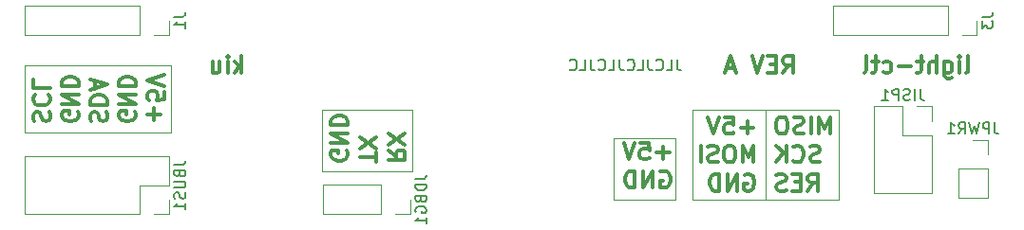
<source format=gbr>
G04 #@! TF.GenerationSoftware,KiCad,Pcbnew,(5.1.6)-1*
G04 #@! TF.CreationDate,2020-10-30T20:32:16+01:00*
G04 #@! TF.ProjectId,light-ctl,6c696768-742d-4637-946c-2e6b69636164,rev?*
G04 #@! TF.SameCoordinates,Original*
G04 #@! TF.FileFunction,Legend,Bot*
G04 #@! TF.FilePolarity,Positive*
%FSLAX46Y46*%
G04 Gerber Fmt 4.6, Leading zero omitted, Abs format (unit mm)*
G04 Created by KiCad (PCBNEW (5.1.6)-1) date 2020-10-30 20:32:16*
%MOMM*%
%LPD*%
G01*
G04 APERTURE LIST*
%ADD10C,0.150000*%
%ADD11C,0.120000*%
%ADD12C,0.300000*%
G04 APERTURE END LIST*
D10*
X168619047Y-106452380D02*
X168619047Y-107166666D01*
X168666666Y-107309523D01*
X168761904Y-107404761D01*
X168904761Y-107452380D01*
X169000000Y-107452380D01*
X167666666Y-107452380D02*
X168142857Y-107452380D01*
X168142857Y-106452380D01*
X166761904Y-107357142D02*
X166809523Y-107404761D01*
X166952380Y-107452380D01*
X167047619Y-107452380D01*
X167190476Y-107404761D01*
X167285714Y-107309523D01*
X167333333Y-107214285D01*
X167380952Y-107023809D01*
X167380952Y-106880952D01*
X167333333Y-106690476D01*
X167285714Y-106595238D01*
X167190476Y-106500000D01*
X167047619Y-106452380D01*
X166952380Y-106452380D01*
X166809523Y-106500000D01*
X166761904Y-106547619D01*
X166047619Y-106452380D02*
X166047619Y-107166666D01*
X166095238Y-107309523D01*
X166190476Y-107404761D01*
X166333333Y-107452380D01*
X166428571Y-107452380D01*
X165095238Y-107452380D02*
X165571428Y-107452380D01*
X165571428Y-106452380D01*
X164190476Y-107357142D02*
X164238095Y-107404761D01*
X164380952Y-107452380D01*
X164476190Y-107452380D01*
X164619047Y-107404761D01*
X164714285Y-107309523D01*
X164761904Y-107214285D01*
X164809523Y-107023809D01*
X164809523Y-106880952D01*
X164761904Y-106690476D01*
X164714285Y-106595238D01*
X164619047Y-106500000D01*
X164476190Y-106452380D01*
X164380952Y-106452380D01*
X164238095Y-106500000D01*
X164190476Y-106547619D01*
X163476190Y-106452380D02*
X163476190Y-107166666D01*
X163523809Y-107309523D01*
X163619047Y-107404761D01*
X163761904Y-107452380D01*
X163857142Y-107452380D01*
X162523809Y-107452380D02*
X163000000Y-107452380D01*
X163000000Y-106452380D01*
X161619047Y-107357142D02*
X161666666Y-107404761D01*
X161809523Y-107452380D01*
X161904761Y-107452380D01*
X162047619Y-107404761D01*
X162142857Y-107309523D01*
X162190476Y-107214285D01*
X162238095Y-107023809D01*
X162238095Y-106880952D01*
X162190476Y-106690476D01*
X162142857Y-106595238D01*
X162047619Y-106500000D01*
X161904761Y-106452380D01*
X161809523Y-106452380D01*
X161666666Y-106500000D01*
X161619047Y-106547619D01*
X160904761Y-106452380D02*
X160904761Y-107166666D01*
X160952380Y-107309523D01*
X161047619Y-107404761D01*
X161190476Y-107452380D01*
X161285714Y-107452380D01*
X159952380Y-107452380D02*
X160428571Y-107452380D01*
X160428571Y-106452380D01*
X159047619Y-107357142D02*
X159095238Y-107404761D01*
X159238095Y-107452380D01*
X159333333Y-107452380D01*
X159476190Y-107404761D01*
X159571428Y-107309523D01*
X159619047Y-107214285D01*
X159666666Y-107023809D01*
X159666666Y-106880952D01*
X159619047Y-106690476D01*
X159571428Y-106595238D01*
X159476190Y-106500000D01*
X159333333Y-106452380D01*
X159238095Y-106452380D01*
X159095238Y-106500000D01*
X159047619Y-106547619D01*
D11*
X110500000Y-107000000D02*
X110500000Y-113000000D01*
X123500000Y-107000000D02*
X110500000Y-107000000D01*
X123500000Y-113000000D02*
X123500000Y-107000000D01*
X110500000Y-113000000D02*
X123500000Y-113000000D01*
X137000000Y-111000000D02*
X137000000Y-116500000D01*
X145000000Y-111000000D02*
X137000000Y-111000000D01*
X145000000Y-116500000D02*
X145000000Y-111000000D01*
X137000000Y-116500000D02*
X145000000Y-116500000D01*
X163000000Y-119000000D02*
X168500000Y-119000000D01*
X163000000Y-113500000D02*
X163000000Y-119000000D01*
X168500000Y-113500000D02*
X163000000Y-113500000D01*
X168500000Y-119000000D02*
X168500000Y-113500000D01*
X176500000Y-119000000D02*
X176500000Y-111000000D01*
X170000000Y-111000000D02*
X170000000Y-119000000D01*
X183000000Y-111000000D02*
X170000000Y-111000000D01*
X183000000Y-119000000D02*
X183000000Y-111000000D01*
X170000000Y-119000000D02*
X183000000Y-119000000D01*
D12*
X129785714Y-107678571D02*
X129785714Y-106178571D01*
X129642857Y-107107142D02*
X129214285Y-107678571D01*
X129214285Y-106678571D02*
X129785714Y-107250000D01*
X128571428Y-107678571D02*
X128571428Y-106678571D01*
X128571428Y-106178571D02*
X128642857Y-106250000D01*
X128571428Y-106321428D01*
X128500000Y-106250000D01*
X128571428Y-106178571D01*
X128571428Y-106321428D01*
X127214285Y-106678571D02*
X127214285Y-107678571D01*
X127857142Y-106678571D02*
X127857142Y-107464285D01*
X127785714Y-107607142D01*
X127642857Y-107678571D01*
X127428571Y-107678571D01*
X127285714Y-107607142D01*
X127214285Y-107535714D01*
X194357142Y-107678571D02*
X194500000Y-107607142D01*
X194571428Y-107464285D01*
X194571428Y-106178571D01*
X193785714Y-107678571D02*
X193785714Y-106678571D01*
X193785714Y-106178571D02*
X193857142Y-106250000D01*
X193785714Y-106321428D01*
X193714285Y-106250000D01*
X193785714Y-106178571D01*
X193785714Y-106321428D01*
X192428571Y-106678571D02*
X192428571Y-107892857D01*
X192500000Y-108035714D01*
X192571428Y-108107142D01*
X192714285Y-108178571D01*
X192928571Y-108178571D01*
X193071428Y-108107142D01*
X192428571Y-107607142D02*
X192571428Y-107678571D01*
X192857142Y-107678571D01*
X193000000Y-107607142D01*
X193071428Y-107535714D01*
X193142857Y-107392857D01*
X193142857Y-106964285D01*
X193071428Y-106821428D01*
X193000000Y-106750000D01*
X192857142Y-106678571D01*
X192571428Y-106678571D01*
X192428571Y-106750000D01*
X191714285Y-107678571D02*
X191714285Y-106178571D01*
X191071428Y-107678571D02*
X191071428Y-106892857D01*
X191142857Y-106750000D01*
X191285714Y-106678571D01*
X191500000Y-106678571D01*
X191642857Y-106750000D01*
X191714285Y-106821428D01*
X190571428Y-106678571D02*
X190000000Y-106678571D01*
X190357142Y-106178571D02*
X190357142Y-107464285D01*
X190285714Y-107607142D01*
X190142857Y-107678571D01*
X190000000Y-107678571D01*
X189500000Y-107107142D02*
X188357142Y-107107142D01*
X187000000Y-107607142D02*
X187142857Y-107678571D01*
X187428571Y-107678571D01*
X187571428Y-107607142D01*
X187642857Y-107535714D01*
X187714285Y-107392857D01*
X187714285Y-106964285D01*
X187642857Y-106821428D01*
X187571428Y-106750000D01*
X187428571Y-106678571D01*
X187142857Y-106678571D01*
X187000000Y-106750000D01*
X186571428Y-106678571D02*
X186000000Y-106678571D01*
X186357142Y-106178571D02*
X186357142Y-107464285D01*
X186285714Y-107607142D01*
X186142857Y-107678571D01*
X186000000Y-107678571D01*
X185285714Y-107678571D02*
X185428571Y-107607142D01*
X185500000Y-107464285D01*
X185500000Y-106178571D01*
X178071428Y-107678571D02*
X178571428Y-106964285D01*
X178928571Y-107678571D02*
X178928571Y-106178571D01*
X178357142Y-106178571D01*
X178214285Y-106250000D01*
X178142857Y-106321428D01*
X178071428Y-106464285D01*
X178071428Y-106678571D01*
X178142857Y-106821428D01*
X178214285Y-106892857D01*
X178357142Y-106964285D01*
X178928571Y-106964285D01*
X177428571Y-106892857D02*
X176928571Y-106892857D01*
X176714285Y-107678571D02*
X177428571Y-107678571D01*
X177428571Y-106178571D01*
X176714285Y-106178571D01*
X176285714Y-106178571D02*
X175785714Y-107678571D01*
X175285714Y-106178571D01*
X173714285Y-107250000D02*
X173000000Y-107250000D01*
X173857142Y-107678571D02*
X173357142Y-106178571D01*
X172857142Y-107678571D01*
X167928571Y-114832142D02*
X166785714Y-114832142D01*
X167357142Y-115403571D02*
X167357142Y-114260714D01*
X165357142Y-113903571D02*
X166071428Y-113903571D01*
X166142857Y-114617857D01*
X166071428Y-114546428D01*
X165928571Y-114475000D01*
X165571428Y-114475000D01*
X165428571Y-114546428D01*
X165357142Y-114617857D01*
X165285714Y-114760714D01*
X165285714Y-115117857D01*
X165357142Y-115260714D01*
X165428571Y-115332142D01*
X165571428Y-115403571D01*
X165928571Y-115403571D01*
X166071428Y-115332142D01*
X166142857Y-115260714D01*
X164857142Y-113903571D02*
X164357142Y-115403571D01*
X163857142Y-113903571D01*
X167142857Y-116525000D02*
X167285714Y-116453571D01*
X167500000Y-116453571D01*
X167714285Y-116525000D01*
X167857142Y-116667857D01*
X167928571Y-116810714D01*
X168000000Y-117096428D01*
X168000000Y-117310714D01*
X167928571Y-117596428D01*
X167857142Y-117739285D01*
X167714285Y-117882142D01*
X167500000Y-117953571D01*
X167357142Y-117953571D01*
X167142857Y-117882142D01*
X167071428Y-117810714D01*
X167071428Y-117310714D01*
X167357142Y-117310714D01*
X166428571Y-117953571D02*
X166428571Y-116453571D01*
X165571428Y-117953571D01*
X165571428Y-116453571D01*
X164857142Y-117953571D02*
X164857142Y-116453571D01*
X164500000Y-116453571D01*
X164285714Y-116525000D01*
X164142857Y-116667857D01*
X164071428Y-116810714D01*
X164000000Y-117096428D01*
X164000000Y-117310714D01*
X164071428Y-117596428D01*
X164142857Y-117739285D01*
X164285714Y-117882142D01*
X164500000Y-117953571D01*
X164857142Y-117953571D01*
X182266428Y-113128571D02*
X182266428Y-111628571D01*
X181766428Y-112700000D01*
X181266428Y-111628571D01*
X181266428Y-113128571D01*
X180552142Y-113128571D02*
X180552142Y-111628571D01*
X179909285Y-113057142D02*
X179695000Y-113128571D01*
X179337857Y-113128571D01*
X179195000Y-113057142D01*
X179123571Y-112985714D01*
X179052142Y-112842857D01*
X179052142Y-112700000D01*
X179123571Y-112557142D01*
X179195000Y-112485714D01*
X179337857Y-112414285D01*
X179623571Y-112342857D01*
X179766428Y-112271428D01*
X179837857Y-112200000D01*
X179909285Y-112057142D01*
X179909285Y-111914285D01*
X179837857Y-111771428D01*
X179766428Y-111700000D01*
X179623571Y-111628571D01*
X179266428Y-111628571D01*
X179052142Y-111700000D01*
X178123571Y-111628571D02*
X177837857Y-111628571D01*
X177695000Y-111700000D01*
X177552142Y-111842857D01*
X177480714Y-112128571D01*
X177480714Y-112628571D01*
X177552142Y-112914285D01*
X177695000Y-113057142D01*
X177837857Y-113128571D01*
X178123571Y-113128571D01*
X178266428Y-113057142D01*
X178409285Y-112914285D01*
X178480714Y-112628571D01*
X178480714Y-112128571D01*
X178409285Y-111842857D01*
X178266428Y-111700000D01*
X178123571Y-111628571D01*
X181337857Y-115607142D02*
X181123571Y-115678571D01*
X180766428Y-115678571D01*
X180623571Y-115607142D01*
X180552142Y-115535714D01*
X180480714Y-115392857D01*
X180480714Y-115250000D01*
X180552142Y-115107142D01*
X180623571Y-115035714D01*
X180766428Y-114964285D01*
X181052142Y-114892857D01*
X181195000Y-114821428D01*
X181266428Y-114750000D01*
X181337857Y-114607142D01*
X181337857Y-114464285D01*
X181266428Y-114321428D01*
X181195000Y-114250000D01*
X181052142Y-114178571D01*
X180695000Y-114178571D01*
X180480714Y-114250000D01*
X178980714Y-115535714D02*
X179052142Y-115607142D01*
X179266428Y-115678571D01*
X179409285Y-115678571D01*
X179623571Y-115607142D01*
X179766428Y-115464285D01*
X179837857Y-115321428D01*
X179909285Y-115035714D01*
X179909285Y-114821428D01*
X179837857Y-114535714D01*
X179766428Y-114392857D01*
X179623571Y-114250000D01*
X179409285Y-114178571D01*
X179266428Y-114178571D01*
X179052142Y-114250000D01*
X178980714Y-114321428D01*
X178337857Y-115678571D02*
X178337857Y-114178571D01*
X177480714Y-115678571D02*
X178123571Y-114821428D01*
X177480714Y-114178571D02*
X178337857Y-115035714D01*
X180266428Y-118228571D02*
X180766428Y-117514285D01*
X181123571Y-118228571D02*
X181123571Y-116728571D01*
X180552142Y-116728571D01*
X180409285Y-116800000D01*
X180337857Y-116871428D01*
X180266428Y-117014285D01*
X180266428Y-117228571D01*
X180337857Y-117371428D01*
X180409285Y-117442857D01*
X180552142Y-117514285D01*
X181123571Y-117514285D01*
X179623571Y-117442857D02*
X179123571Y-117442857D01*
X178909285Y-118228571D02*
X179623571Y-118228571D01*
X179623571Y-116728571D01*
X178909285Y-116728571D01*
X178337857Y-118157142D02*
X178123571Y-118228571D01*
X177766428Y-118228571D01*
X177623571Y-118157142D01*
X177552142Y-118085714D01*
X177480714Y-117942857D01*
X177480714Y-117800000D01*
X177552142Y-117657142D01*
X177623571Y-117585714D01*
X177766428Y-117514285D01*
X178052142Y-117442857D01*
X178195000Y-117371428D01*
X178266428Y-117300000D01*
X178337857Y-117157142D01*
X178337857Y-117014285D01*
X178266428Y-116871428D01*
X178195000Y-116800000D01*
X178052142Y-116728571D01*
X177695000Y-116728571D01*
X177480714Y-116800000D01*
X175447857Y-112557142D02*
X174305000Y-112557142D01*
X174876428Y-113128571D02*
X174876428Y-111985714D01*
X172876428Y-111628571D02*
X173590714Y-111628571D01*
X173662142Y-112342857D01*
X173590714Y-112271428D01*
X173447857Y-112200000D01*
X173090714Y-112200000D01*
X172947857Y-112271428D01*
X172876428Y-112342857D01*
X172805000Y-112485714D01*
X172805000Y-112842857D01*
X172876428Y-112985714D01*
X172947857Y-113057142D01*
X173090714Y-113128571D01*
X173447857Y-113128571D01*
X173590714Y-113057142D01*
X173662142Y-112985714D01*
X172376428Y-111628571D02*
X171876428Y-113128571D01*
X171376428Y-111628571D01*
X175447857Y-115678571D02*
X175447857Y-114178571D01*
X174947857Y-115250000D01*
X174447857Y-114178571D01*
X174447857Y-115678571D01*
X173447857Y-114178571D02*
X173162142Y-114178571D01*
X173019285Y-114250000D01*
X172876428Y-114392857D01*
X172805000Y-114678571D01*
X172805000Y-115178571D01*
X172876428Y-115464285D01*
X173019285Y-115607142D01*
X173162142Y-115678571D01*
X173447857Y-115678571D01*
X173590714Y-115607142D01*
X173733571Y-115464285D01*
X173805000Y-115178571D01*
X173805000Y-114678571D01*
X173733571Y-114392857D01*
X173590714Y-114250000D01*
X173447857Y-114178571D01*
X172233571Y-115607142D02*
X172019285Y-115678571D01*
X171662142Y-115678571D01*
X171519285Y-115607142D01*
X171447857Y-115535714D01*
X171376428Y-115392857D01*
X171376428Y-115250000D01*
X171447857Y-115107142D01*
X171519285Y-115035714D01*
X171662142Y-114964285D01*
X171947857Y-114892857D01*
X172090714Y-114821428D01*
X172162142Y-114750000D01*
X172233571Y-114607142D01*
X172233571Y-114464285D01*
X172162142Y-114321428D01*
X172090714Y-114250000D01*
X171947857Y-114178571D01*
X171590714Y-114178571D01*
X171376428Y-114250000D01*
X170733571Y-115678571D02*
X170733571Y-114178571D01*
X174662142Y-116800000D02*
X174805000Y-116728571D01*
X175019285Y-116728571D01*
X175233571Y-116800000D01*
X175376428Y-116942857D01*
X175447857Y-117085714D01*
X175519285Y-117371428D01*
X175519285Y-117585714D01*
X175447857Y-117871428D01*
X175376428Y-118014285D01*
X175233571Y-118157142D01*
X175019285Y-118228571D01*
X174876428Y-118228571D01*
X174662142Y-118157142D01*
X174590714Y-118085714D01*
X174590714Y-117585714D01*
X174876428Y-117585714D01*
X173947857Y-118228571D02*
X173947857Y-116728571D01*
X173090714Y-118228571D01*
X173090714Y-116728571D01*
X172376428Y-118228571D02*
X172376428Y-116728571D01*
X172019285Y-116728571D01*
X171805000Y-116800000D01*
X171662142Y-116942857D01*
X171590714Y-117085714D01*
X171519285Y-117371428D01*
X171519285Y-117585714D01*
X171590714Y-117871428D01*
X171662142Y-118014285D01*
X171805000Y-118157142D01*
X172019285Y-118228571D01*
X172376428Y-118228571D01*
X121992857Y-111947857D02*
X121992857Y-110805000D01*
X121421428Y-111376428D02*
X122564285Y-111376428D01*
X122921428Y-109376428D02*
X122921428Y-110090714D01*
X122207142Y-110162142D01*
X122278571Y-110090714D01*
X122350000Y-109947857D01*
X122350000Y-109590714D01*
X122278571Y-109447857D01*
X122207142Y-109376428D01*
X122064285Y-109305000D01*
X121707142Y-109305000D01*
X121564285Y-109376428D01*
X121492857Y-109447857D01*
X121421428Y-109590714D01*
X121421428Y-109947857D01*
X121492857Y-110090714D01*
X121564285Y-110162142D01*
X122921428Y-108876428D02*
X121421428Y-108376428D01*
X122921428Y-107876428D01*
X120300000Y-111162142D02*
X120371428Y-111305000D01*
X120371428Y-111519285D01*
X120300000Y-111733571D01*
X120157142Y-111876428D01*
X120014285Y-111947857D01*
X119728571Y-112019285D01*
X119514285Y-112019285D01*
X119228571Y-111947857D01*
X119085714Y-111876428D01*
X118942857Y-111733571D01*
X118871428Y-111519285D01*
X118871428Y-111376428D01*
X118942857Y-111162142D01*
X119014285Y-111090714D01*
X119514285Y-111090714D01*
X119514285Y-111376428D01*
X118871428Y-110447857D02*
X120371428Y-110447857D01*
X118871428Y-109590714D01*
X120371428Y-109590714D01*
X118871428Y-108876428D02*
X120371428Y-108876428D01*
X120371428Y-108519285D01*
X120300000Y-108305000D01*
X120157142Y-108162142D01*
X120014285Y-108090714D01*
X119728571Y-108019285D01*
X119514285Y-108019285D01*
X119228571Y-108090714D01*
X119085714Y-108162142D01*
X118942857Y-108305000D01*
X118871428Y-108519285D01*
X118871428Y-108876428D01*
X116392857Y-112019285D02*
X116321428Y-111805000D01*
X116321428Y-111447857D01*
X116392857Y-111305000D01*
X116464285Y-111233571D01*
X116607142Y-111162142D01*
X116750000Y-111162142D01*
X116892857Y-111233571D01*
X116964285Y-111305000D01*
X117035714Y-111447857D01*
X117107142Y-111733571D01*
X117178571Y-111876428D01*
X117250000Y-111947857D01*
X117392857Y-112019285D01*
X117535714Y-112019285D01*
X117678571Y-111947857D01*
X117750000Y-111876428D01*
X117821428Y-111733571D01*
X117821428Y-111376428D01*
X117750000Y-111162142D01*
X116321428Y-110519285D02*
X117821428Y-110519285D01*
X117821428Y-110162142D01*
X117750000Y-109947857D01*
X117607142Y-109805000D01*
X117464285Y-109733571D01*
X117178571Y-109662142D01*
X116964285Y-109662142D01*
X116678571Y-109733571D01*
X116535714Y-109805000D01*
X116392857Y-109947857D01*
X116321428Y-110162142D01*
X116321428Y-110519285D01*
X116750000Y-109090714D02*
X116750000Y-108376428D01*
X116321428Y-109233571D02*
X117821428Y-108733571D01*
X116321428Y-108233571D01*
X115200000Y-111162142D02*
X115271428Y-111305000D01*
X115271428Y-111519285D01*
X115200000Y-111733571D01*
X115057142Y-111876428D01*
X114914285Y-111947857D01*
X114628571Y-112019285D01*
X114414285Y-112019285D01*
X114128571Y-111947857D01*
X113985714Y-111876428D01*
X113842857Y-111733571D01*
X113771428Y-111519285D01*
X113771428Y-111376428D01*
X113842857Y-111162142D01*
X113914285Y-111090714D01*
X114414285Y-111090714D01*
X114414285Y-111376428D01*
X113771428Y-110447857D02*
X115271428Y-110447857D01*
X113771428Y-109590714D01*
X115271428Y-109590714D01*
X113771428Y-108876428D02*
X115271428Y-108876428D01*
X115271428Y-108519285D01*
X115200000Y-108305000D01*
X115057142Y-108162142D01*
X114914285Y-108090714D01*
X114628571Y-108019285D01*
X114414285Y-108019285D01*
X114128571Y-108090714D01*
X113985714Y-108162142D01*
X113842857Y-108305000D01*
X113771428Y-108519285D01*
X113771428Y-108876428D01*
X111292857Y-112019285D02*
X111221428Y-111805000D01*
X111221428Y-111447857D01*
X111292857Y-111305000D01*
X111364285Y-111233571D01*
X111507142Y-111162142D01*
X111650000Y-111162142D01*
X111792857Y-111233571D01*
X111864285Y-111305000D01*
X111935714Y-111447857D01*
X112007142Y-111733571D01*
X112078571Y-111876428D01*
X112150000Y-111947857D01*
X112292857Y-112019285D01*
X112435714Y-112019285D01*
X112578571Y-111947857D01*
X112650000Y-111876428D01*
X112721428Y-111733571D01*
X112721428Y-111376428D01*
X112650000Y-111162142D01*
X111364285Y-109662142D02*
X111292857Y-109733571D01*
X111221428Y-109947857D01*
X111221428Y-110090714D01*
X111292857Y-110305000D01*
X111435714Y-110447857D01*
X111578571Y-110519285D01*
X111864285Y-110590714D01*
X112078571Y-110590714D01*
X112364285Y-110519285D01*
X112507142Y-110447857D01*
X112650000Y-110305000D01*
X112721428Y-110090714D01*
X112721428Y-109947857D01*
X112650000Y-109733571D01*
X112578571Y-109662142D01*
X111221428Y-108305000D02*
X111221428Y-109019285D01*
X112721428Y-109019285D01*
X142871428Y-114590714D02*
X143585714Y-115090714D01*
X142871428Y-115447857D02*
X144371428Y-115447857D01*
X144371428Y-114876428D01*
X144300000Y-114733571D01*
X144228571Y-114662142D01*
X144085714Y-114590714D01*
X143871428Y-114590714D01*
X143728571Y-114662142D01*
X143657142Y-114733571D01*
X143585714Y-114876428D01*
X143585714Y-115447857D01*
X144371428Y-114090714D02*
X142871428Y-113090714D01*
X144371428Y-113090714D02*
X142871428Y-114090714D01*
X141821428Y-115662142D02*
X141821428Y-114805000D01*
X140321428Y-115233571D02*
X141821428Y-115233571D01*
X141821428Y-114447857D02*
X140321428Y-113447857D01*
X141821428Y-113447857D02*
X140321428Y-114447857D01*
X139200000Y-114662142D02*
X139271428Y-114805000D01*
X139271428Y-115019285D01*
X139200000Y-115233571D01*
X139057142Y-115376428D01*
X138914285Y-115447857D01*
X138628571Y-115519285D01*
X138414285Y-115519285D01*
X138128571Y-115447857D01*
X137985714Y-115376428D01*
X137842857Y-115233571D01*
X137771428Y-115019285D01*
X137771428Y-114876428D01*
X137842857Y-114662142D01*
X137914285Y-114590714D01*
X138414285Y-114590714D01*
X138414285Y-114876428D01*
X137771428Y-113947857D02*
X139271428Y-113947857D01*
X137771428Y-113090714D01*
X139271428Y-113090714D01*
X137771428Y-112376428D02*
X139271428Y-112376428D01*
X139271428Y-112019285D01*
X139200000Y-111805000D01*
X139057142Y-111662142D01*
X138914285Y-111590714D01*
X138628571Y-111519285D01*
X138414285Y-111519285D01*
X138128571Y-111590714D01*
X137985714Y-111662142D01*
X137842857Y-111805000D01*
X137771428Y-112019285D01*
X137771428Y-112376428D01*
D11*
X110510000Y-104330000D02*
X110510000Y-101670000D01*
X120730000Y-104330000D02*
X110510000Y-104330000D01*
X120730000Y-101670000D02*
X110510000Y-101670000D01*
X120730000Y-104330000D02*
X120730000Y-101670000D01*
X122000000Y-104330000D02*
X123330000Y-104330000D01*
X123330000Y-104330000D02*
X123330000Y-103000000D01*
X195330000Y-104330000D02*
X195330000Y-103000000D01*
X194000000Y-104330000D02*
X195330000Y-104330000D01*
X192730000Y-104330000D02*
X192730000Y-101670000D01*
X192730000Y-101670000D02*
X182510000Y-101670000D01*
X192730000Y-104330000D02*
X182510000Y-104330000D01*
X182510000Y-104330000D02*
X182510000Y-101670000D01*
X123330000Y-120330000D02*
X123330000Y-119000000D01*
X122000000Y-120330000D02*
X123330000Y-120330000D01*
X123330000Y-117730000D02*
X123330000Y-115130000D01*
X120730000Y-117730000D02*
X123330000Y-117730000D01*
X120730000Y-120330000D02*
X120730000Y-117730000D01*
X123330000Y-115130000D02*
X110510000Y-115130000D01*
X120730000Y-120330000D02*
X110510000Y-120330000D01*
X110510000Y-120330000D02*
X110510000Y-115130000D01*
X137090000Y-120330000D02*
X137090000Y-117670000D01*
X142230000Y-120330000D02*
X137090000Y-120330000D01*
X142230000Y-117670000D02*
X137090000Y-117670000D01*
X142230000Y-120330000D02*
X142230000Y-117670000D01*
X143500000Y-120330000D02*
X144830000Y-120330000D01*
X144830000Y-120330000D02*
X144830000Y-119000000D01*
X191330000Y-118410000D02*
X186130000Y-118410000D01*
X191330000Y-113270000D02*
X191330000Y-118410000D01*
X186130000Y-110670000D02*
X186130000Y-118410000D01*
X191330000Y-113270000D02*
X188730000Y-113270000D01*
X188730000Y-113270000D02*
X188730000Y-110670000D01*
X188730000Y-110670000D02*
X186130000Y-110670000D01*
X191330000Y-112000000D02*
X191330000Y-110670000D01*
X191330000Y-110670000D02*
X190000000Y-110670000D01*
X196330000Y-118870000D02*
X193670000Y-118870000D01*
X196330000Y-116270000D02*
X196330000Y-118870000D01*
X193670000Y-116270000D02*
X193670000Y-118870000D01*
X196330000Y-116270000D02*
X193670000Y-116270000D01*
X196330000Y-115000000D02*
X196330000Y-113670000D01*
X196330000Y-113670000D02*
X195000000Y-113670000D01*
D10*
X123782380Y-102666666D02*
X124496666Y-102666666D01*
X124639523Y-102619047D01*
X124734761Y-102523809D01*
X124782380Y-102380952D01*
X124782380Y-102285714D01*
X124782380Y-103666666D02*
X124782380Y-103095238D01*
X124782380Y-103380952D02*
X123782380Y-103380952D01*
X123925238Y-103285714D01*
X124020476Y-103190476D01*
X124068095Y-103095238D01*
X195782380Y-102666666D02*
X196496666Y-102666666D01*
X196639523Y-102619047D01*
X196734761Y-102523809D01*
X196782380Y-102380952D01*
X196782380Y-102285714D01*
X195782380Y-103047619D02*
X195782380Y-103666666D01*
X196163333Y-103333333D01*
X196163333Y-103476190D01*
X196210952Y-103571428D01*
X196258571Y-103619047D01*
X196353809Y-103666666D01*
X196591904Y-103666666D01*
X196687142Y-103619047D01*
X196734761Y-103571428D01*
X196782380Y-103476190D01*
X196782380Y-103190476D01*
X196734761Y-103095238D01*
X196687142Y-103047619D01*
X123782380Y-115896666D02*
X124496666Y-115896666D01*
X124639523Y-115849047D01*
X124734761Y-115753809D01*
X124782380Y-115610952D01*
X124782380Y-115515714D01*
X124258571Y-116706190D02*
X124306190Y-116849047D01*
X124353809Y-116896666D01*
X124449047Y-116944285D01*
X124591904Y-116944285D01*
X124687142Y-116896666D01*
X124734761Y-116849047D01*
X124782380Y-116753809D01*
X124782380Y-116372857D01*
X123782380Y-116372857D01*
X123782380Y-116706190D01*
X123830000Y-116801428D01*
X123877619Y-116849047D01*
X123972857Y-116896666D01*
X124068095Y-116896666D01*
X124163333Y-116849047D01*
X124210952Y-116801428D01*
X124258571Y-116706190D01*
X124258571Y-116372857D01*
X123782380Y-117372857D02*
X124591904Y-117372857D01*
X124687142Y-117420476D01*
X124734761Y-117468095D01*
X124782380Y-117563333D01*
X124782380Y-117753809D01*
X124734761Y-117849047D01*
X124687142Y-117896666D01*
X124591904Y-117944285D01*
X123782380Y-117944285D01*
X124734761Y-118372857D02*
X124782380Y-118515714D01*
X124782380Y-118753809D01*
X124734761Y-118849047D01*
X124687142Y-118896666D01*
X124591904Y-118944285D01*
X124496666Y-118944285D01*
X124401428Y-118896666D01*
X124353809Y-118849047D01*
X124306190Y-118753809D01*
X124258571Y-118563333D01*
X124210952Y-118468095D01*
X124163333Y-118420476D01*
X124068095Y-118372857D01*
X123972857Y-118372857D01*
X123877619Y-118420476D01*
X123830000Y-118468095D01*
X123782380Y-118563333D01*
X123782380Y-118801428D01*
X123830000Y-118944285D01*
X124782380Y-119896666D02*
X124782380Y-119325238D01*
X124782380Y-119610952D02*
X123782380Y-119610952D01*
X123925238Y-119515714D01*
X124020476Y-119420476D01*
X124068095Y-119325238D01*
X145282380Y-117166666D02*
X145996666Y-117166666D01*
X146139523Y-117119047D01*
X146234761Y-117023809D01*
X146282380Y-116880952D01*
X146282380Y-116785714D01*
X146282380Y-117642857D02*
X145282380Y-117642857D01*
X145282380Y-117880952D01*
X145330000Y-118023809D01*
X145425238Y-118119047D01*
X145520476Y-118166666D01*
X145710952Y-118214285D01*
X145853809Y-118214285D01*
X146044285Y-118166666D01*
X146139523Y-118119047D01*
X146234761Y-118023809D01*
X146282380Y-117880952D01*
X146282380Y-117642857D01*
X145758571Y-118976190D02*
X145806190Y-119119047D01*
X145853809Y-119166666D01*
X145949047Y-119214285D01*
X146091904Y-119214285D01*
X146187142Y-119166666D01*
X146234761Y-119119047D01*
X146282380Y-119023809D01*
X146282380Y-118642857D01*
X145282380Y-118642857D01*
X145282380Y-118976190D01*
X145330000Y-119071428D01*
X145377619Y-119119047D01*
X145472857Y-119166666D01*
X145568095Y-119166666D01*
X145663333Y-119119047D01*
X145710952Y-119071428D01*
X145758571Y-118976190D01*
X145758571Y-118642857D01*
X145330000Y-120166666D02*
X145282380Y-120071428D01*
X145282380Y-119928571D01*
X145330000Y-119785714D01*
X145425238Y-119690476D01*
X145520476Y-119642857D01*
X145710952Y-119595238D01*
X145853809Y-119595238D01*
X146044285Y-119642857D01*
X146139523Y-119690476D01*
X146234761Y-119785714D01*
X146282380Y-119928571D01*
X146282380Y-120023809D01*
X146234761Y-120166666D01*
X146187142Y-120214285D01*
X145853809Y-120214285D01*
X145853809Y-120023809D01*
X146282380Y-121166666D02*
X146282380Y-120595238D01*
X146282380Y-120880952D02*
X145282380Y-120880952D01*
X145425238Y-120785714D01*
X145520476Y-120690476D01*
X145568095Y-120595238D01*
X190277619Y-109122380D02*
X190277619Y-109836666D01*
X190325238Y-109979523D01*
X190420476Y-110074761D01*
X190563333Y-110122380D01*
X190658571Y-110122380D01*
X189801428Y-110122380D02*
X189801428Y-109122380D01*
X189372857Y-110074761D02*
X189230000Y-110122380D01*
X188991904Y-110122380D01*
X188896666Y-110074761D01*
X188849047Y-110027142D01*
X188801428Y-109931904D01*
X188801428Y-109836666D01*
X188849047Y-109741428D01*
X188896666Y-109693809D01*
X188991904Y-109646190D01*
X189182380Y-109598571D01*
X189277619Y-109550952D01*
X189325238Y-109503333D01*
X189372857Y-109408095D01*
X189372857Y-109312857D01*
X189325238Y-109217619D01*
X189277619Y-109170000D01*
X189182380Y-109122380D01*
X188944285Y-109122380D01*
X188801428Y-109170000D01*
X188372857Y-110122380D02*
X188372857Y-109122380D01*
X187991904Y-109122380D01*
X187896666Y-109170000D01*
X187849047Y-109217619D01*
X187801428Y-109312857D01*
X187801428Y-109455714D01*
X187849047Y-109550952D01*
X187896666Y-109598571D01*
X187991904Y-109646190D01*
X188372857Y-109646190D01*
X186849047Y-110122380D02*
X187420476Y-110122380D01*
X187134761Y-110122380D02*
X187134761Y-109122380D01*
X187230000Y-109265238D01*
X187325238Y-109360476D01*
X187420476Y-109408095D01*
X196904761Y-112122380D02*
X196904761Y-112836666D01*
X196952380Y-112979523D01*
X197047619Y-113074761D01*
X197190476Y-113122380D01*
X197285714Y-113122380D01*
X196428571Y-113122380D02*
X196428571Y-112122380D01*
X196047619Y-112122380D01*
X195952380Y-112170000D01*
X195904761Y-112217619D01*
X195857142Y-112312857D01*
X195857142Y-112455714D01*
X195904761Y-112550952D01*
X195952380Y-112598571D01*
X196047619Y-112646190D01*
X196428571Y-112646190D01*
X195523809Y-112122380D02*
X195285714Y-113122380D01*
X195095238Y-112408095D01*
X194904761Y-113122380D01*
X194666666Y-112122380D01*
X193714285Y-113122380D02*
X194047619Y-112646190D01*
X194285714Y-113122380D02*
X194285714Y-112122380D01*
X193904761Y-112122380D01*
X193809523Y-112170000D01*
X193761904Y-112217619D01*
X193714285Y-112312857D01*
X193714285Y-112455714D01*
X193761904Y-112550952D01*
X193809523Y-112598571D01*
X193904761Y-112646190D01*
X194285714Y-112646190D01*
X192761904Y-113122380D02*
X193333333Y-113122380D01*
X193047619Y-113122380D02*
X193047619Y-112122380D01*
X193142857Y-112265238D01*
X193238095Y-112360476D01*
X193333333Y-112408095D01*
M02*

</source>
